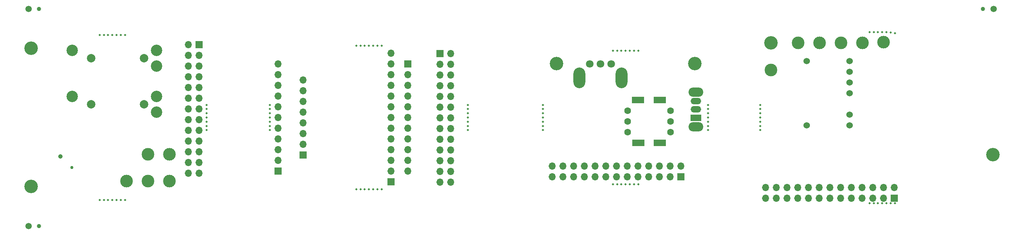
<source format=gbs>
G04 #@! TF.GenerationSoftware,KiCad,Pcbnew,7.0.9*
G04 #@! TF.CreationDate,2024-12-23T13:01:39-05:00*
G04 #@! TF.ProjectId,pods_panel,706f6473-5f70-4616-9e65-6c2e6b696361,rev?*
G04 #@! TF.SameCoordinates,Original*
G04 #@! TF.FileFunction,Soldermask,Bot*
G04 #@! TF.FilePolarity,Negative*
%FSLAX46Y46*%
G04 Gerber Fmt 4.6, Leading zero omitted, Abs format (unit mm)*
G04 Created by KiCad (PCBNEW 7.0.9) date 2024-12-23 13:01:39*
%MOMM*%
%LPD*%
G01*
G04 APERTURE LIST*
%ADD10C,0.500000*%
%ADD11C,3.000000*%
%ADD12C,3.200000*%
%ADD13R,1.700000X1.700000*%
%ADD14O,1.700000X1.700000*%
%ADD15O,2.800000X4.900000*%
%ADD16C,1.800000*%
%ADD17R,3.000000X1.500000*%
%ADD18C,1.600000*%
%ADD19C,1.500000*%
%ADD20C,2.000000*%
%ADD21C,2.700000*%
%ADD22O,3.500000X2.200000*%
%ADD23R,2.500000X1.500000*%
%ADD24O,2.500000X1.500000*%
%ADD25C,1.524000*%
%ADD26C,0.750000*%
%ADD27C,1.050000*%
%ADD28C,1.000000*%
G04 APERTURE END LIST*
D10*
G04 #@! TO.C,KiKit_MB_3_2*
X238413444Y-68555410D03*
G04 #@! TD*
G04 #@! TO.C,KiKit_MB_3_3*
X237413444Y-68555410D03*
G04 #@! TD*
G04 #@! TO.C,KiKit_MB_13_4*
X175625066Y-32404033D03*
G04 #@! TD*
G04 #@! TO.C,KiKit_MB_5_4*
X138285811Y-48274533D03*
G04 #@! TD*
G04 #@! TO.C,KiKit_MB_3_6*
X234413444Y-68555410D03*
G04 #@! TD*
G04 #@! TO.C,KiKit_MB_11_6*
X156092566Y-46274533D03*
G04 #@! TD*
G04 #@! TO.C,KiKit_MB_10_4*
X54041556Y-67807033D03*
G04 #@! TD*
G04 #@! TO.C,KiKit_MB_2_5*
X237419334Y-28067067D03*
G04 #@! TD*
G04 #@! TO.C,KiKit_MB_6_4*
X114833311Y-31282033D03*
G04 #@! TD*
G04 #@! TO.C,KiKit_MB_11_4*
X156092566Y-48274533D03*
G04 #@! TD*
G04 #@! TO.C,KiKit_MB_9_2*
X52041556Y-28742033D03*
G04 #@! TD*
D11*
G04 #@! TO.C,KEY*
X231777944Y-30540410D03*
G04 #@! TD*
D10*
G04 #@! TO.C,KiKit_MB_7_2*
X116833311Y-65267033D03*
G04 #@! TD*
D12*
G04 #@! TO.C,H6*
X262638944Y-57083410D03*
G04 #@! TD*
D10*
G04 #@! TO.C,KiKit_MB_1_1*
X207520944Y-51274533D03*
G04 #@! TD*
G04 #@! TO.C,KiKit_MB_2_6*
X238417538Y-28149018D03*
G04 #@! TD*
D13*
G04 #@! TO.C,J8*
X239270944Y-67370410D03*
D14*
X239270944Y-64830410D03*
X236730944Y-67370410D03*
X236730944Y-64830410D03*
X234190944Y-67370410D03*
X234190944Y-64830410D03*
X231650944Y-67370410D03*
X231650944Y-64830410D03*
X229110944Y-67370410D03*
X229110944Y-64830410D03*
X226570944Y-67370410D03*
X226570944Y-64830410D03*
X224030944Y-67370410D03*
X224030944Y-64830410D03*
X221490944Y-67370410D03*
X221490944Y-64830410D03*
X218950944Y-67370410D03*
X218950944Y-64830410D03*
X216410944Y-67370410D03*
X216410944Y-64830410D03*
X213870944Y-67370410D03*
X213870944Y-64830410D03*
X211330944Y-67370410D03*
X211330944Y-64830410D03*
X208790944Y-67370410D03*
X208790944Y-64830410D03*
G04 #@! TD*
D10*
G04 #@! TO.C,KiKit_MB_14_7*
X172625066Y-64145033D03*
G04 #@! TD*
G04 #@! TO.C,KiKit_MB_4_5*
X91380811Y-47274533D03*
G04 #@! TD*
D13*
G04 #@! TO.C,J5*
X93285811Y-60949033D03*
D14*
X93285811Y-58409033D03*
X93285811Y-55869033D03*
X93285811Y-53329033D03*
X93285811Y-50789033D03*
X93285811Y-48249033D03*
X93285811Y-45709033D03*
X93285811Y-43169033D03*
X93285811Y-40629033D03*
X93285811Y-38089033D03*
X93285811Y-35549033D03*
G04 #@! TD*
D11*
G04 #@! TO.C,3V3*
X67584056Y-57012033D03*
G04 #@! TD*
D10*
G04 #@! TO.C,KiKit_MB_4_6*
X91380811Y-46274533D03*
G04 #@! TD*
G04 #@! TO.C,KiKit_MB_7_5*
X113833311Y-65267033D03*
G04 #@! TD*
G04 #@! TO.C,KiKit_MB_12_4*
X195157566Y-48274533D03*
G04 #@! TD*
G04 #@! TO.C,KiKit_MB_14_1*
X178625066Y-64145033D03*
G04 #@! TD*
G04 #@! TO.C,KiKit_MB_6_1*
X111833311Y-31282033D03*
G04 #@! TD*
D15*
G04 #@! TO.C,RV3*
X164681566Y-38907033D03*
X174681566Y-38907033D03*
D16*
X172181566Y-35607033D03*
X169681566Y-35607033D03*
X167181566Y-35607033D03*
G04 #@! TD*
D10*
G04 #@! TO.C,KiKit_MB_9_4*
X54041556Y-28742033D03*
G04 #@! TD*
G04 #@! TO.C,KiKit_MB_12_3*
X195157566Y-47274533D03*
G04 #@! TD*
G04 #@! TO.C,KiKit_MB_5_3*
X138285811Y-47274533D03*
G04 #@! TD*
D13*
G04 #@! TO.C,J1*
X131639811Y-33136033D03*
D14*
X134179811Y-33136033D03*
X131639811Y-35676033D03*
X134179811Y-35676033D03*
X131639811Y-38216033D03*
X134179811Y-38216033D03*
X131639811Y-40756033D03*
X134179811Y-40756033D03*
X131639811Y-43296033D03*
X134179811Y-43296033D03*
X131639811Y-45836033D03*
X134179811Y-45836033D03*
X131639811Y-48376033D03*
X134179811Y-48376033D03*
X131639811Y-50916033D03*
X134179811Y-50916033D03*
X131639811Y-53456033D03*
X134179811Y-53456033D03*
X131639811Y-55996033D03*
X134179811Y-55996033D03*
X131639811Y-58536033D03*
X134179811Y-58536033D03*
X131639811Y-61076033D03*
X134179811Y-61076033D03*
X131639811Y-63616033D03*
X134179811Y-63616033D03*
G04 #@! TD*
D10*
G04 #@! TO.C,KiKit_MB_8_5*
X76389056Y-49274533D03*
G04 #@! TD*
D11*
G04 #@! TO.C,BRAKE*
X57424056Y-63362033D03*
G04 #@! TD*
D10*
G04 #@! TO.C,KiKit_MB_2_4*
X236419086Y-28009571D03*
G04 #@! TD*
G04 #@! TO.C,KiKit_MB_3_5*
X235413444Y-68555410D03*
G04 #@! TD*
G04 #@! TO.C,KiKit_MB_1_5*
X207520944Y-47274533D03*
G04 #@! TD*
D17*
G04 #@! TO.C,SW3*
X183778566Y-54324033D03*
X183778566Y-44164033D03*
X178698566Y-54324033D03*
X178588566Y-44164033D03*
D18*
X186318566Y-51784033D03*
X176158566Y-51784033D03*
X186318566Y-49244033D03*
X176158566Y-49244033D03*
X186318566Y-46704033D03*
X176158566Y-46704033D03*
G04 #@! TD*
D10*
G04 #@! TO.C,KiKit_MB_10_1*
X57041556Y-67807033D03*
G04 #@! TD*
D12*
G04 #@! TO.C,H2*
X34818056Y-31866033D03*
G04 #@! TD*
D10*
G04 #@! TO.C,KiKit_MB_14_5*
X174625066Y-64145033D03*
G04 #@! TD*
D19*
G04 #@! TO.C,KiKit_TO_3*
X34194056Y-74055410D03*
G04 #@! TD*
D10*
G04 #@! TO.C,KiKit_MB_6_6*
X116833311Y-31282033D03*
G04 #@! TD*
G04 #@! TO.C,KiKit_MB_11_7*
X156092566Y-45274533D03*
G04 #@! TD*
D12*
G04 #@! TO.C,H3*
X159267566Y-35528033D03*
G04 #@! TD*
D10*
G04 #@! TO.C,KiKit_MB_11_5*
X156092566Y-47274533D03*
G04 #@! TD*
D11*
G04 #@! TO.C,OE*
X236730944Y-30413410D03*
G04 #@! TD*
D10*
G04 #@! TO.C,KiKit_MB_12_2*
X195157566Y-46274533D03*
G04 #@! TD*
D11*
G04 #@! TO.C,ACCEL*
X62504056Y-63362033D03*
G04 #@! TD*
D10*
G04 #@! TO.C,KiKit_MB_13_5*
X176625066Y-32404033D03*
G04 #@! TD*
G04 #@! TO.C,KiKit_MB_7_7*
X111833311Y-65267033D03*
G04 #@! TD*
D19*
G04 #@! TO.C,KiKit_TO_2*
X262805944Y-22500000D03*
G04 #@! TD*
D11*
G04 #@! TO.C,LE*
X226697944Y-30540410D03*
G04 #@! TD*
D10*
G04 #@! TO.C,KiKit_MB_2_2*
X234415344Y-28000007D03*
G04 #@! TD*
G04 #@! TO.C,KiKit_MB_12_6*
X195157566Y-50274533D03*
G04 #@! TD*
G04 #@! TO.C,KiKit_MB_11_1*
X156092566Y-51274533D03*
G04 #@! TD*
G04 #@! TO.C,KiKit_MB_4_2*
X91380811Y-50274533D03*
G04 #@! TD*
G04 #@! TO.C,KiKit_MB_13_2*
X173625066Y-32404033D03*
G04 #@! TD*
G04 #@! TO.C,KiKit_MB_5_5*
X138285811Y-49274533D03*
G04 #@! TD*
G04 #@! TO.C,KiKit_MB_10_7*
X51041556Y-67807033D03*
G04 #@! TD*
G04 #@! TO.C,KiKit_MB_8_4*
X76389056Y-48274533D03*
G04 #@! TD*
D13*
G04 #@! TO.C,J2*
X124019811Y-35549033D03*
D14*
X124019811Y-38089033D03*
X124019811Y-40629033D03*
X124019811Y-43169033D03*
X124019811Y-45709033D03*
X124019811Y-48249033D03*
X124019811Y-50789033D03*
X124019811Y-53329033D03*
X124019811Y-55869033D03*
X124019811Y-58409033D03*
X124019811Y-60949033D03*
G04 #@! TD*
D12*
G04 #@! TO.C,H5*
X210060944Y-30540410D03*
G04 #@! TD*
D10*
G04 #@! TO.C,KiKit_MB_6_7*
X117833311Y-31282033D03*
G04 #@! TD*
G04 #@! TO.C,KiKit_MB_7_3*
X115833311Y-65267033D03*
G04 #@! TD*
G04 #@! TO.C,KiKit_MB_6_5*
X115833311Y-31282033D03*
G04 #@! TD*
D11*
G04 #@! TO.C,GND*
X210060944Y-37017410D03*
G04 #@! TD*
D12*
G04 #@! TO.C,H4*
X192033566Y-35528033D03*
G04 #@! TD*
D20*
G04 #@! TO.C,RV2*
X61567056Y-34249033D03*
X49067056Y-34249033D03*
D21*
X64567056Y-32374033D03*
X64567056Y-36124033D03*
X44567056Y-32374033D03*
G04 #@! TD*
D10*
G04 #@! TO.C,KiKit_MB_13_3*
X174625066Y-32404033D03*
G04 #@! TD*
G04 #@! TO.C,KiKit_MB_14_2*
X177625066Y-64145033D03*
G04 #@! TD*
G04 #@! TO.C,KiKit_MB_8_1*
X76389056Y-45274533D03*
G04 #@! TD*
G04 #@! TO.C,KiKit_MB_3_4*
X236413444Y-68555410D03*
G04 #@! TD*
G04 #@! TO.C,KiKit_MB_1_3*
X207520944Y-49274533D03*
G04 #@! TD*
G04 #@! TO.C,KiKit_MB_1_7*
X207520944Y-45274533D03*
G04 #@! TD*
G04 #@! TO.C,KiKit_MB_3_1*
X239413444Y-68555410D03*
G04 #@! TD*
D20*
G04 #@! TO.C,RV1*
X61567056Y-45171033D03*
X49067056Y-45171033D03*
D21*
X64567056Y-43296033D03*
X64567056Y-47046033D03*
X44567056Y-43296033D03*
G04 #@! TD*
D10*
G04 #@! TO.C,KiKit_MB_13_1*
X172625066Y-32404033D03*
G04 #@! TD*
G04 #@! TO.C,KiKit_MB_5_2*
X138285811Y-46274533D03*
G04 #@! TD*
G04 #@! TO.C,KiKit_MB_4_3*
X91380811Y-49274533D03*
G04 #@! TD*
G04 #@! TO.C,KiKit_MB_4_7*
X91380811Y-45274533D03*
G04 #@! TD*
G04 #@! TO.C,KiKit_MB_4_4*
X91380811Y-48274533D03*
G04 #@! TD*
G04 #@! TO.C,KiKit_MB_10_6*
X52041556Y-67807033D03*
G04 #@! TD*
D11*
G04 #@! TO.C,MOSI*
X216537944Y-30540410D03*
G04 #@! TD*
D10*
G04 #@! TO.C,KiKit_MB_2_1*
X233413444Y-28000023D03*
G04 #@! TD*
G04 #@! TO.C,KiKit_MB_9_3*
X53041556Y-28742033D03*
G04 #@! TD*
G04 #@! TO.C,KiKit_MB_12_1*
X195157566Y-45274533D03*
G04 #@! TD*
G04 #@! TO.C,KiKit_MB_8_3*
X76389056Y-47274533D03*
G04 #@! TD*
G04 #@! TO.C,KiKit_MB_6_2*
X112833311Y-31282033D03*
G04 #@! TD*
D11*
G04 #@! TO.C,SCK*
X221617944Y-30540410D03*
G04 #@! TD*
G04 #@! TO.C,GND*
X62504056Y-57012033D03*
G04 #@! TD*
D10*
G04 #@! TO.C,KiKit_MB_13_7*
X178625066Y-32404033D03*
G04 #@! TD*
G04 #@! TO.C,KiKit_MB_11_2*
X156092566Y-50274533D03*
G04 #@! TD*
G04 #@! TO.C,KiKit_MB_12_5*
X195157566Y-49274533D03*
G04 #@! TD*
D22*
G04 #@! TO.C,SW2*
X192287566Y-50455033D03*
X192287566Y-42255033D03*
D23*
X192287566Y-48355033D03*
D24*
X192287566Y-46355033D03*
X192287566Y-44355033D03*
G04 #@! TD*
D10*
G04 #@! TO.C,KiKit_MB_7_4*
X114833311Y-65267033D03*
G04 #@! TD*
G04 #@! TO.C,KiKit_MB_9_1*
X51041556Y-28742033D03*
G04 #@! TD*
D19*
G04 #@! TO.C,KiKit_TO_1*
X34194056Y-22500000D03*
G04 #@! TD*
D13*
G04 #@! TO.C,J3*
X120082811Y-63489033D03*
D14*
X120082811Y-60949033D03*
X120082811Y-58409033D03*
X120082811Y-55869033D03*
X120082811Y-53329033D03*
X120082811Y-50789033D03*
X120082811Y-48249033D03*
X120082811Y-45709033D03*
X120082811Y-43169033D03*
X120082811Y-40629033D03*
X120082811Y-38089033D03*
X120082811Y-35549033D03*
X120082811Y-33009033D03*
G04 #@! TD*
D10*
G04 #@! TO.C,KiKit_MB_5_1*
X138285811Y-45274533D03*
G04 #@! TD*
G04 #@! TO.C,KiKit_MB_10_2*
X56041556Y-67807033D03*
G04 #@! TD*
G04 #@! TO.C,KiKit_MB_14_6*
X173625066Y-64145033D03*
G04 #@! TD*
G04 #@! TO.C,KiKit_MB_1_2*
X207520944Y-50274533D03*
G04 #@! TD*
G04 #@! TO.C,KiKit_MB_7_1*
X117833311Y-65267033D03*
G04 #@! TD*
G04 #@! TO.C,KiKit_MB_8_2*
X76389056Y-46274533D03*
G04 #@! TD*
G04 #@! TO.C,KiKit_MB_2_7*
X239413444Y-28258448D03*
G04 #@! TD*
D13*
G04 #@! TO.C,J6*
X74569056Y-30977033D03*
D14*
X72029056Y-30977033D03*
X74569056Y-33517033D03*
X72029056Y-33517033D03*
X74569056Y-36057033D03*
X72029056Y-36057033D03*
X74569056Y-38597033D03*
X72029056Y-38597033D03*
X74569056Y-41137033D03*
X72029056Y-41137033D03*
X74569056Y-43677033D03*
X72029056Y-43677033D03*
X74569056Y-46217033D03*
X72029056Y-46217033D03*
X74569056Y-48757033D03*
X72029056Y-48757033D03*
X74569056Y-51297033D03*
X72029056Y-51297033D03*
X74569056Y-53837033D03*
X72029056Y-53837033D03*
X74569056Y-56377033D03*
X72029056Y-56377033D03*
X74569056Y-58917033D03*
X72029056Y-58917033D03*
X74569056Y-61457033D03*
X72029056Y-61457033D03*
G04 #@! TD*
D10*
G04 #@! TO.C,KiKit_MB_14_3*
X176625066Y-64145033D03*
G04 #@! TD*
G04 #@! TO.C,KiKit_MB_13_6*
X177625066Y-32404033D03*
G04 #@! TD*
G04 #@! TO.C,KiKit_MB_1_6*
X207520944Y-46274533D03*
G04 #@! TD*
G04 #@! TO.C,KiKit_MB_14_4*
X175625066Y-64145033D03*
G04 #@! TD*
G04 #@! TO.C,KiKit_MB_3_7*
X233413444Y-68555410D03*
G04 #@! TD*
G04 #@! TO.C,KiKit_MB_2_3*
X235417236Y-28003085D03*
G04 #@! TD*
G04 #@! TO.C,KiKit_MB_11_3*
X156092566Y-49274533D03*
G04 #@! TD*
G04 #@! TO.C,KiKit_MB_6_3*
X113833311Y-31282033D03*
G04 #@! TD*
G04 #@! TO.C,KiKit_MB_8_7*
X76389056Y-51274533D03*
G04 #@! TD*
D11*
G04 #@! TO.C,SHIFT*
X67584056Y-63362033D03*
G04 #@! TD*
D25*
G04 #@! TO.C,SW4*
X218569944Y-34858410D03*
X218569944Y-50098410D03*
X228729944Y-34858410D03*
X228729944Y-50098410D03*
X228729944Y-37398410D03*
X228729944Y-39938410D03*
X228729944Y-42478410D03*
X228729944Y-47558410D03*
G04 #@! TD*
D10*
G04 #@! TO.C,KiKit_MB_9_5*
X55041556Y-28742033D03*
G04 #@! TD*
G04 #@! TO.C,KiKit_MB_4_1*
X91380811Y-51274533D03*
G04 #@! TD*
G04 #@! TO.C,KiKit_MB_10_5*
X53041556Y-67807033D03*
G04 #@! TD*
G04 #@! TO.C,KiKit_MB_9_7*
X57041556Y-28742033D03*
G04 #@! TD*
G04 #@! TO.C,KiKit_MB_9_6*
X56041556Y-28742033D03*
G04 #@! TD*
G04 #@! TO.C,KiKit_MB_10_3*
X55041556Y-67807033D03*
G04 #@! TD*
D13*
G04 #@! TO.C,J4*
X99254811Y-57139033D03*
D14*
X99254811Y-54599033D03*
X99254811Y-52059033D03*
X99254811Y-49519033D03*
X99254811Y-46979033D03*
X99254811Y-44439033D03*
X99254811Y-41899033D03*
X99254811Y-39359033D03*
G04 #@! TD*
D10*
G04 #@! TO.C,KiKit_MB_5_7*
X138285811Y-51274533D03*
G04 #@! TD*
D13*
G04 #@! TO.C,J7*
X188731566Y-62325033D03*
D14*
X188731566Y-59785033D03*
X186191566Y-62325033D03*
X186191566Y-59785033D03*
X183651566Y-62325033D03*
X183651566Y-59785033D03*
X181111566Y-62325033D03*
X181111566Y-59785033D03*
X178571566Y-62325033D03*
X178571566Y-59785033D03*
X176031566Y-62325033D03*
X176031566Y-59785033D03*
X173491566Y-62325033D03*
X173491566Y-59785033D03*
X170951566Y-62325033D03*
X170951566Y-59785033D03*
X168411566Y-62325033D03*
X168411566Y-59785033D03*
X165871566Y-62325033D03*
X165871566Y-59785033D03*
X163331566Y-62325033D03*
X163331566Y-59785033D03*
X160791566Y-62325033D03*
X160791566Y-59785033D03*
X158251566Y-62325033D03*
X158251566Y-59785033D03*
G04 #@! TD*
D10*
G04 #@! TO.C,KiKit_MB_12_7*
X195157566Y-51274533D03*
G04 #@! TD*
G04 #@! TO.C,KiKit_MB_8_6*
X76389056Y-50274533D03*
G04 #@! TD*
D12*
G04 #@! TO.C,H1*
X34818056Y-64632033D03*
G04 #@! TD*
D26*
G04 #@! TO.C,SW1*
X44451914Y-60168891D03*
D27*
X41764908Y-57481885D03*
G04 #@! TD*
D10*
G04 #@! TO.C,KiKit_MB_1_4*
X207520944Y-48274533D03*
G04 #@! TD*
G04 #@! TO.C,KiKit_MB_7_6*
X112833311Y-65267033D03*
G04 #@! TD*
G04 #@! TO.C,KiKit_MB_5_6*
X138285811Y-50274533D03*
G04 #@! TD*
D28*
G04 #@! TO.C,KiKit_FID_B_1*
X36694056Y-22500000D03*
G04 #@! TD*
G04 #@! TO.C,KiKit_FID_B_2*
X260305944Y-22500000D03*
G04 #@! TD*
G04 #@! TO.C,KiKit_FID_B_3*
X36694056Y-74055410D03*
G04 #@! TD*
M02*

</source>
